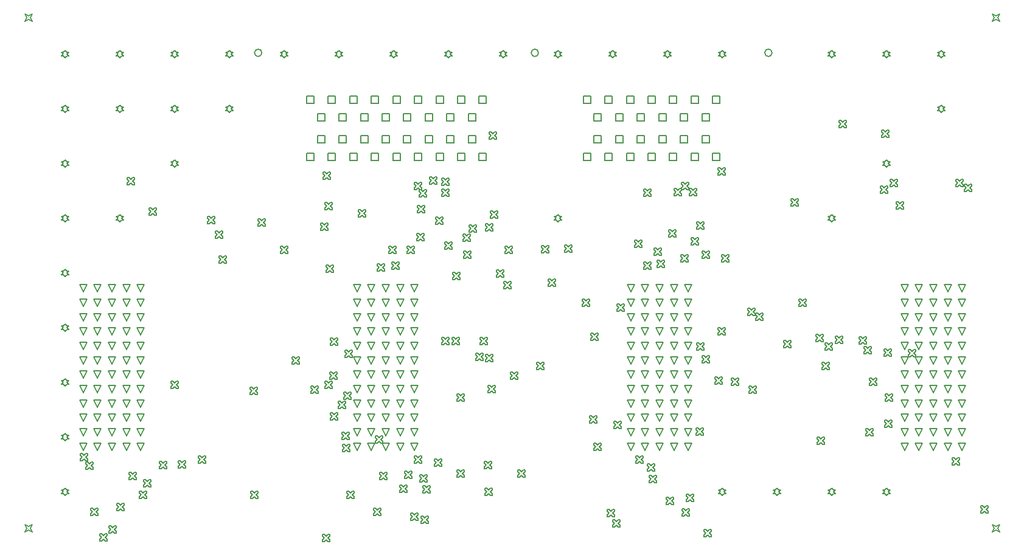
<source format=gbr>
G04*
G04 #@! TF.GenerationSoftware,Altium Limited,Altium Designer,23.0.1 (38)*
G04*
G04 Layer_Color=2752767*
%FSLAX25Y25*%
%MOIN*%
G70*
G04*
G04 #@! TF.SameCoordinates,88CA1221-A5B3-45BB-8031-3B943D831941*
G04*
G04*
G04 #@! TF.FilePolarity,Positive*
G04*
G01*
G75*
%ADD11C,0.00500*%
%ADD33C,0.00667*%
D11*
X384811Y243000D02*
Y247000D01*
X388811D01*
Y243000D01*
X384811D01*
X373000D02*
Y247000D01*
X377000D01*
Y243000D01*
X373000D01*
X361189D02*
Y247000D01*
X365189D01*
Y243000D01*
X361189D01*
X349378D02*
Y247000D01*
X353378D01*
Y243000D01*
X349378D01*
X337567D02*
Y247000D01*
X341567D01*
Y243000D01*
X337567D01*
X325756D02*
Y247000D01*
X329756D01*
Y243000D01*
X325756D01*
X313945D02*
Y247000D01*
X317945D01*
Y243000D01*
X313945D01*
X378906Y233157D02*
Y237157D01*
X382906D01*
Y233157D01*
X378906D01*
X367094D02*
Y237157D01*
X371094D01*
Y233157D01*
X367094D01*
X355283D02*
Y237157D01*
X359283D01*
Y233157D01*
X355283D01*
X343472D02*
Y237157D01*
X347472D01*
Y233157D01*
X343472D01*
X331661D02*
Y237157D01*
X335661D01*
Y233157D01*
X331661D01*
X319850D02*
Y237157D01*
X323850D01*
Y233157D01*
X319850D01*
X378906Y221346D02*
Y225346D01*
X382906D01*
Y221346D01*
X378906D01*
X367094D02*
Y225346D01*
X371094D01*
Y221346D01*
X367094D01*
X355283D02*
Y225346D01*
X359283D01*
Y221346D01*
X355283D01*
X343472D02*
Y225346D01*
X347472D01*
Y221346D01*
X343472D01*
X331661D02*
Y225346D01*
X335661D01*
Y221346D01*
X331661D01*
X319850D02*
Y225346D01*
X323850D01*
Y221346D01*
X319850D01*
X384811Y211504D02*
Y215504D01*
X388811D01*
Y211504D01*
X384811D01*
X373000D02*
Y215504D01*
X377000D01*
Y211504D01*
X373000D01*
X361189D02*
Y215504D01*
X365189D01*
Y211504D01*
X361189D01*
X349378D02*
Y215504D01*
X353378D01*
Y211504D01*
X349378D01*
X337567D02*
Y215504D01*
X341567D01*
Y211504D01*
X337567D01*
X325756D02*
Y215504D01*
X329756D01*
Y211504D01*
X325756D01*
X313945D02*
Y215504D01*
X317945D01*
Y211504D01*
X313945D01*
X256858Y243000D02*
Y247000D01*
X260858D01*
Y243000D01*
X256858D01*
X245047D02*
Y247000D01*
X249047D01*
Y243000D01*
X245047D01*
X233236D02*
Y247000D01*
X237236D01*
Y243000D01*
X233236D01*
X221425D02*
Y247000D01*
X225425D01*
Y243000D01*
X221425D01*
X209614D02*
Y247000D01*
X213614D01*
Y243000D01*
X209614D01*
X197803D02*
Y247000D01*
X201803D01*
Y243000D01*
X197803D01*
X185992D02*
Y247000D01*
X189992D01*
Y243000D01*
X185992D01*
X174181D02*
Y247000D01*
X178181D01*
Y243000D01*
X174181D01*
X162370D02*
Y247000D01*
X166370D01*
Y243000D01*
X162370D01*
X250953Y233157D02*
Y237157D01*
X254953D01*
Y233157D01*
X250953D01*
X239142D02*
Y237157D01*
X243142D01*
Y233157D01*
X239142D01*
X227331D02*
Y237157D01*
X231331D01*
Y233157D01*
X227331D01*
X215520D02*
Y237157D01*
X219520D01*
Y233157D01*
X215520D01*
X203709D02*
Y237157D01*
X207709D01*
Y233157D01*
X203709D01*
X191898D02*
Y237157D01*
X195898D01*
Y233157D01*
X191898D01*
X180087D02*
Y237157D01*
X184087D01*
Y233157D01*
X180087D01*
X168276D02*
Y237157D01*
X172276D01*
Y233157D01*
X168276D01*
X250953Y221346D02*
Y225346D01*
X254953D01*
Y221346D01*
X250953D01*
X239142D02*
Y225346D01*
X243142D01*
Y221346D01*
X239142D01*
X227331D02*
Y225346D01*
X231331D01*
Y221346D01*
X227331D01*
X215520D02*
Y225346D01*
X219520D01*
Y221346D01*
X215520D01*
X203709D02*
Y225346D01*
X207709D01*
Y221346D01*
X203709D01*
X191898D02*
Y225346D01*
X195898D01*
Y221346D01*
X191898D01*
X180087D02*
Y225346D01*
X184087D01*
Y221346D01*
X180087D01*
X168276D02*
Y225346D01*
X172276D01*
Y221346D01*
X168276D01*
X256858Y211504D02*
Y215504D01*
X260858D01*
Y211504D01*
X256858D01*
X245047D02*
Y215504D01*
X249047D01*
Y211504D01*
X245047D01*
X233236D02*
Y215504D01*
X237236D01*
Y211504D01*
X233236D01*
X221425D02*
Y215504D01*
X225425D01*
Y211504D01*
X221425D01*
X209614D02*
Y215504D01*
X213614D01*
Y211504D01*
X209614D01*
X197803D02*
Y215504D01*
X201803D01*
Y211504D01*
X197803D01*
X185992D02*
Y215504D01*
X189992D01*
Y211504D01*
X185992D01*
X174181D02*
Y215504D01*
X178181D01*
Y211504D01*
X174181D01*
X162370D02*
Y215504D01*
X166370D01*
Y211504D01*
X162370D01*
X8000Y288000D02*
X9000Y290000D01*
X8000Y292000D01*
X10000Y291000D01*
X12000Y292000D01*
X11000Y290000D01*
X12000Y288000D01*
X10000Y289000D01*
X8000Y288000D01*
X538000Y8000D02*
X539000Y10000D01*
X538000Y12000D01*
X540000Y11000D01*
X542000Y12000D01*
X541000Y10000D01*
X542000Y8000D01*
X540000Y9000D01*
X538000Y8000D01*
Y288000D02*
X539000Y290000D01*
X538000Y292000D01*
X540000Y291000D01*
X542000Y292000D01*
X541000Y290000D01*
X542000Y288000D01*
X540000Y289000D01*
X538000Y288000D01*
X8000Y8000D02*
X9000Y10000D01*
X8000Y12000D01*
X10000Y11000D01*
X12000Y12000D01*
X11000Y10000D01*
X12000Y8000D01*
X10000Y9000D01*
X8000Y8000D01*
X55748Y52598D02*
X53748Y56598D01*
X57748D01*
X55748Y52598D01*
Y60500D02*
X53748Y64500D01*
X57748D01*
X55748Y60500D01*
Y68402D02*
X53748Y72402D01*
X57748D01*
X55748Y68402D01*
Y76299D02*
X53748Y80299D01*
X57748D01*
X55748Y76299D01*
Y84201D02*
X53748Y88201D01*
X57748D01*
X55748Y84201D01*
Y92098D02*
X53748Y96098D01*
X57748D01*
X55748Y92098D01*
Y100000D02*
X53748Y104000D01*
X57748D01*
X55748Y100000D01*
Y107902D02*
X53748Y111902D01*
X57748D01*
X55748Y107902D01*
Y115799D02*
X53748Y119799D01*
X57748D01*
X55748Y115799D01*
Y123701D02*
X53748Y127701D01*
X57748D01*
X55748Y123701D01*
Y131598D02*
X53748Y135598D01*
X57748D01*
X55748Y131598D01*
X47874Y52598D02*
X45874Y56598D01*
X49874D01*
X47874Y52598D01*
Y60500D02*
X45874Y64500D01*
X49874D01*
X47874Y60500D01*
Y68402D02*
X45874Y72402D01*
X49874D01*
X47874Y68402D01*
Y76299D02*
X45874Y80299D01*
X49874D01*
X47874Y76299D01*
Y84201D02*
X45874Y88201D01*
X49874D01*
X47874Y84201D01*
Y92098D02*
X45874Y96098D01*
X49874D01*
X47874Y92098D01*
Y100000D02*
X45874Y104000D01*
X49874D01*
X47874Y100000D01*
Y107902D02*
X45874Y111902D01*
X49874D01*
X47874Y107902D01*
Y115799D02*
X45874Y119799D01*
X49874D01*
X47874Y115799D01*
Y123701D02*
X45874Y127701D01*
X49874D01*
X47874Y123701D01*
Y131598D02*
X45874Y135598D01*
X49874D01*
X47874Y131598D01*
Y139500D02*
X45874Y143500D01*
X49874D01*
X47874Y139500D01*
X40000Y52598D02*
X38000Y56598D01*
X42000D01*
X40000Y52598D01*
Y60500D02*
X38000Y64500D01*
X42000D01*
X40000Y60500D01*
Y68402D02*
X38000Y72402D01*
X42000D01*
X40000Y68402D01*
Y76299D02*
X38000Y80299D01*
X42000D01*
X40000Y76299D01*
Y84201D02*
X38000Y88201D01*
X42000D01*
X40000Y84201D01*
Y92098D02*
X38000Y96098D01*
X42000D01*
X40000Y92098D01*
Y100000D02*
X38000Y104000D01*
X42000D01*
X40000Y100000D01*
Y107902D02*
X38000Y111902D01*
X42000D01*
X40000Y107902D01*
Y115799D02*
X38000Y119799D01*
X42000D01*
X40000Y115799D01*
Y123701D02*
X38000Y127701D01*
X42000D01*
X40000Y123701D01*
Y131598D02*
X38000Y135598D01*
X42000D01*
X40000Y131598D01*
Y139500D02*
X38000Y143500D01*
X42000D01*
X40000Y139500D01*
X55748D02*
X53748Y143500D01*
X57748D01*
X55748Y139500D01*
X63622D02*
X61622Y143500D01*
X65622D01*
X63622Y139500D01*
Y92098D02*
X61622Y96098D01*
X65622D01*
X63622Y92098D01*
Y84201D02*
X61622Y88201D01*
X65622D01*
X63622Y84201D01*
Y76299D02*
X61622Y80299D01*
X65622D01*
X63622Y76299D01*
Y68402D02*
X61622Y72402D01*
X65622D01*
X63622Y68402D01*
Y60500D02*
X61622Y64500D01*
X65622D01*
X63622Y60500D01*
Y52598D02*
X61622Y56598D01*
X65622D01*
X63622Y52598D01*
Y100000D02*
X61622Y104000D01*
X65622D01*
X63622Y100000D01*
Y107902D02*
X61622Y111902D01*
X65622D01*
X63622Y107902D01*
Y115799D02*
X61622Y119799D01*
X65622D01*
X63622Y115799D01*
Y123701D02*
X61622Y127701D01*
X65622D01*
X63622Y123701D01*
Y131598D02*
X61622Y135598D01*
X65622D01*
X63622Y131598D01*
X71496Y139500D02*
X69496Y143500D01*
X73496D01*
X71496Y139500D01*
Y92098D02*
X69496Y96098D01*
X73496D01*
X71496Y92098D01*
Y84201D02*
X69496Y88201D01*
X73496D01*
X71496Y84201D01*
Y76299D02*
X69496Y80299D01*
X73496D01*
X71496Y76299D01*
Y68402D02*
X69496Y72402D01*
X73496D01*
X71496Y68402D01*
Y60500D02*
X69496Y64500D01*
X73496D01*
X71496Y60500D01*
Y52598D02*
X69496Y56598D01*
X73496D01*
X71496Y52598D01*
Y100000D02*
X69496Y104000D01*
X73496D01*
X71496Y100000D01*
Y107902D02*
X69496Y111902D01*
X73496D01*
X71496Y107902D01*
Y115799D02*
X69496Y119799D01*
X73496D01*
X71496Y115799D01*
Y123701D02*
X69496Y127701D01*
X73496D01*
X71496Y123701D01*
Y131598D02*
X69496Y135598D01*
X73496D01*
X71496Y131598D01*
X490000Y139500D02*
X488000Y143500D01*
X492000D01*
X490000Y139500D01*
Y131598D02*
X488000Y135598D01*
X492000D01*
X490000Y131598D01*
Y123701D02*
X488000Y127701D01*
X492000D01*
X490000Y123701D01*
Y115799D02*
X488000Y119799D01*
X492000D01*
X490000Y115799D01*
Y107902D02*
X488000Y111902D01*
X492000D01*
X490000Y107902D01*
Y100000D02*
X488000Y104000D01*
X492000D01*
X490000Y100000D01*
Y92098D02*
X488000Y96098D01*
X492000D01*
X490000Y92098D01*
Y84201D02*
X488000Y88201D01*
X492000D01*
X490000Y84201D01*
Y76299D02*
X488000Y80299D01*
X492000D01*
X490000Y76299D01*
Y68402D02*
X488000Y72402D01*
X492000D01*
X490000Y68402D01*
X497874Y139500D02*
X495874Y143500D01*
X499874D01*
X497874Y139500D01*
Y131598D02*
X495874Y135598D01*
X499874D01*
X497874Y131598D01*
Y123701D02*
X495874Y127701D01*
X499874D01*
X497874Y123701D01*
Y115799D02*
X495874Y119799D01*
X499874D01*
X497874Y115799D01*
Y107902D02*
X495874Y111902D01*
X499874D01*
X497874Y107902D01*
Y100000D02*
X495874Y104000D01*
X499874D01*
X497874Y100000D01*
Y92098D02*
X495874Y96098D01*
X499874D01*
X497874Y92098D01*
Y84201D02*
X495874Y88201D01*
X499874D01*
X497874Y84201D01*
Y76299D02*
X495874Y80299D01*
X499874D01*
X497874Y76299D01*
Y68402D02*
X495874Y72402D01*
X499874D01*
X497874Y68402D01*
X505748Y139500D02*
X503748Y143500D01*
X507748D01*
X505748Y139500D01*
Y131598D02*
X503748Y135598D01*
X507748D01*
X505748Y131598D01*
Y123701D02*
X503748Y127701D01*
X507748D01*
X505748Y123701D01*
Y115799D02*
X503748Y119799D01*
X507748D01*
X505748Y115799D01*
Y107902D02*
X503748Y111902D01*
X507748D01*
X505748Y107902D01*
Y100000D02*
X503748Y104000D01*
X507748D01*
X505748Y100000D01*
Y92098D02*
X503748Y96098D01*
X507748D01*
X505748Y92098D01*
Y84201D02*
X503748Y88201D01*
X507748D01*
X505748Y84201D01*
Y76299D02*
X503748Y80299D01*
X507748D01*
X505748Y76299D01*
Y68402D02*
X503748Y72402D01*
X507748D01*
X505748Y68402D01*
Y60500D02*
X503748Y64500D01*
X507748D01*
X505748Y60500D01*
X513622Y139500D02*
X511622Y143500D01*
X515622D01*
X513622Y139500D01*
Y131598D02*
X511622Y135598D01*
X515622D01*
X513622Y131598D01*
Y123701D02*
X511622Y127701D01*
X515622D01*
X513622Y123701D01*
Y115799D02*
X511622Y119799D01*
X515622D01*
X513622Y115799D01*
Y107902D02*
X511622Y111902D01*
X515622D01*
X513622Y107902D01*
Y100000D02*
X511622Y104000D01*
X515622D01*
X513622Y100000D01*
Y68402D02*
X511622Y72402D01*
X515622D01*
X513622Y68402D01*
Y60500D02*
X511622Y64500D01*
X515622D01*
X513622Y60500D01*
Y52598D02*
X511622Y56598D01*
X515622D01*
X513622Y52598D01*
X521496Y139500D02*
X519496Y143500D01*
X523496D01*
X521496Y139500D01*
Y131598D02*
X519496Y135598D01*
X523496D01*
X521496Y131598D01*
Y123701D02*
X519496Y127701D01*
X523496D01*
X521496Y123701D01*
Y115799D02*
X519496Y119799D01*
X523496D01*
X521496Y115799D01*
Y107902D02*
X519496Y111902D01*
X523496D01*
X521496Y107902D01*
Y100000D02*
X519496Y104000D01*
X523496D01*
X521496Y100000D01*
Y92098D02*
X519496Y96098D01*
X523496D01*
X521496Y92098D01*
Y84201D02*
X519496Y88201D01*
X523496D01*
X521496Y84201D01*
Y52598D02*
X519496Y56598D01*
X523496D01*
X521496Y52598D01*
Y60500D02*
X519496Y64500D01*
X523496D01*
X521496Y60500D01*
Y68402D02*
X519496Y72402D01*
X523496D01*
X521496Y68402D01*
Y76299D02*
X519496Y80299D01*
X523496D01*
X521496Y76299D01*
X513622D02*
X511622Y80299D01*
X515622D01*
X513622Y76299D01*
Y84201D02*
X511622Y88201D01*
X515622D01*
X513622Y84201D01*
Y92098D02*
X511622Y96098D01*
X515622D01*
X513622Y92098D01*
X505748Y52598D02*
X503748Y56598D01*
X507748D01*
X505748Y52598D01*
X497874D02*
X495874Y56598D01*
X499874D01*
X497874Y52598D01*
Y60500D02*
X495874Y64500D01*
X499874D01*
X497874Y60500D01*
X490000Y52598D02*
X488000Y56598D01*
X492000D01*
X490000Y52598D01*
Y60500D02*
X488000Y64500D01*
X492000D01*
X490000Y60500D01*
X190000D02*
X188000Y64500D01*
X192000D01*
X190000Y60500D01*
Y52598D02*
X188000Y56598D01*
X192000D01*
X190000Y52598D01*
X197874Y60500D02*
X195874Y64500D01*
X199874D01*
X197874Y60500D01*
Y52598D02*
X195874Y56598D01*
X199874D01*
X197874Y52598D01*
X205748D02*
X203748Y56598D01*
X207748D01*
X205748Y52598D01*
X213622Y92098D02*
X211622Y96098D01*
X215622D01*
X213622Y92098D01*
Y84201D02*
X211622Y88201D01*
X215622D01*
X213622Y84201D01*
Y76299D02*
X211622Y80299D01*
X215622D01*
X213622Y76299D01*
X221496D02*
X219496Y80299D01*
X223496D01*
X221496Y76299D01*
Y68402D02*
X219496Y72402D01*
X223496D01*
X221496Y68402D01*
Y60500D02*
X219496Y64500D01*
X223496D01*
X221496Y60500D01*
Y52598D02*
X219496Y56598D01*
X223496D01*
X221496Y52598D01*
Y84201D02*
X219496Y88201D01*
X223496D01*
X221496Y84201D01*
Y92098D02*
X219496Y96098D01*
X223496D01*
X221496Y92098D01*
Y100000D02*
X219496Y104000D01*
X223496D01*
X221496Y100000D01*
Y107902D02*
X219496Y111902D01*
X223496D01*
X221496Y107902D01*
Y115799D02*
X219496Y119799D01*
X223496D01*
X221496Y115799D01*
Y123701D02*
X219496Y127701D01*
X223496D01*
X221496Y123701D01*
Y131598D02*
X219496Y135598D01*
X223496D01*
X221496Y131598D01*
Y139500D02*
X219496Y143500D01*
X223496D01*
X221496Y139500D01*
X213622Y52598D02*
X211622Y56598D01*
X215622D01*
X213622Y52598D01*
Y60500D02*
X211622Y64500D01*
X215622D01*
X213622Y60500D01*
Y68402D02*
X211622Y72402D01*
X215622D01*
X213622Y68402D01*
Y100000D02*
X211622Y104000D01*
X215622D01*
X213622Y100000D01*
Y107902D02*
X211622Y111902D01*
X215622D01*
X213622Y107902D01*
Y115799D02*
X211622Y119799D01*
X215622D01*
X213622Y115799D01*
Y123701D02*
X211622Y127701D01*
X215622D01*
X213622Y123701D01*
Y131598D02*
X211622Y135598D01*
X215622D01*
X213622Y131598D01*
Y139500D02*
X211622Y143500D01*
X215622D01*
X213622Y139500D01*
X205748Y60500D02*
X203748Y64500D01*
X207748D01*
X205748Y60500D01*
Y68402D02*
X203748Y72402D01*
X207748D01*
X205748Y68402D01*
Y76299D02*
X203748Y80299D01*
X207748D01*
X205748Y76299D01*
Y84201D02*
X203748Y88201D01*
X207748D01*
X205748Y84201D01*
Y92098D02*
X203748Y96098D01*
X207748D01*
X205748Y92098D01*
Y100000D02*
X203748Y104000D01*
X207748D01*
X205748Y100000D01*
Y107902D02*
X203748Y111902D01*
X207748D01*
X205748Y107902D01*
Y115799D02*
X203748Y119799D01*
X207748D01*
X205748Y115799D01*
Y123701D02*
X203748Y127701D01*
X207748D01*
X205748Y123701D01*
Y131598D02*
X203748Y135598D01*
X207748D01*
X205748Y131598D01*
Y139500D02*
X203748Y143500D01*
X207748D01*
X205748Y139500D01*
X197874Y68402D02*
X195874Y72402D01*
X199874D01*
X197874Y68402D01*
Y76299D02*
X195874Y80299D01*
X199874D01*
X197874Y76299D01*
Y84201D02*
X195874Y88201D01*
X199874D01*
X197874Y84201D01*
Y92098D02*
X195874Y96098D01*
X199874D01*
X197874Y92098D01*
Y100000D02*
X195874Y104000D01*
X199874D01*
X197874Y100000D01*
Y107902D02*
X195874Y111902D01*
X199874D01*
X197874Y107902D01*
Y115799D02*
X195874Y119799D01*
X199874D01*
X197874Y115799D01*
Y123701D02*
X195874Y127701D01*
X199874D01*
X197874Y123701D01*
Y131598D02*
X195874Y135598D01*
X199874D01*
X197874Y131598D01*
Y139500D02*
X195874Y143500D01*
X199874D01*
X197874Y139500D01*
X190000Y68402D02*
X188000Y72402D01*
X192000D01*
X190000Y68402D01*
Y76299D02*
X188000Y80299D01*
X192000D01*
X190000Y76299D01*
Y84201D02*
X188000Y88201D01*
X192000D01*
X190000Y84201D01*
Y92098D02*
X188000Y96098D01*
X192000D01*
X190000Y92098D01*
Y100000D02*
X188000Y104000D01*
X192000D01*
X190000Y100000D01*
Y107902D02*
X188000Y111902D01*
X192000D01*
X190000Y107902D01*
Y115799D02*
X188000Y119799D01*
X192000D01*
X190000Y115799D01*
Y123701D02*
X188000Y127701D01*
X192000D01*
X190000Y123701D01*
Y131598D02*
X188000Y135598D01*
X192000D01*
X190000Y131598D01*
Y139500D02*
X188000Y143500D01*
X192000D01*
X190000Y139500D01*
X340000D02*
X338000Y143500D01*
X342000D01*
X340000Y139500D01*
Y131598D02*
X338000Y135598D01*
X342000D01*
X340000Y131598D01*
Y123701D02*
X338000Y127701D01*
X342000D01*
X340000Y123701D01*
Y115799D02*
X338000Y119799D01*
X342000D01*
X340000Y115799D01*
Y107902D02*
X338000Y111902D01*
X342000D01*
X340000Y107902D01*
Y100000D02*
X338000Y104000D01*
X342000D01*
X340000Y100000D01*
Y92098D02*
X338000Y96098D01*
X342000D01*
X340000Y92098D01*
Y84201D02*
X338000Y88201D01*
X342000D01*
X340000Y84201D01*
Y76299D02*
X338000Y80299D01*
X342000D01*
X340000Y76299D01*
Y68402D02*
X338000Y72402D01*
X342000D01*
X340000Y68402D01*
X347874Y139500D02*
X345874Y143500D01*
X349874D01*
X347874Y139500D01*
Y131598D02*
X345874Y135598D01*
X349874D01*
X347874Y131598D01*
Y123701D02*
X345874Y127701D01*
X349874D01*
X347874Y123701D01*
Y115799D02*
X345874Y119799D01*
X349874D01*
X347874Y115799D01*
Y107902D02*
X345874Y111902D01*
X349874D01*
X347874Y107902D01*
Y100000D02*
X345874Y104000D01*
X349874D01*
X347874Y100000D01*
Y92098D02*
X345874Y96098D01*
X349874D01*
X347874Y92098D01*
Y84201D02*
X345874Y88201D01*
X349874D01*
X347874Y84201D01*
Y76299D02*
X345874Y80299D01*
X349874D01*
X347874Y76299D01*
Y68402D02*
X345874Y72402D01*
X349874D01*
X347874Y68402D01*
X355748Y139500D02*
X353748Y143500D01*
X357748D01*
X355748Y139500D01*
Y131598D02*
X353748Y135598D01*
X357748D01*
X355748Y131598D01*
Y123701D02*
X353748Y127701D01*
X357748D01*
X355748Y123701D01*
Y115799D02*
X353748Y119799D01*
X357748D01*
X355748Y115799D01*
Y107902D02*
X353748Y111902D01*
X357748D01*
X355748Y107902D01*
Y100000D02*
X353748Y104000D01*
X357748D01*
X355748Y100000D01*
Y92098D02*
X353748Y96098D01*
X357748D01*
X355748Y92098D01*
Y84201D02*
X353748Y88201D01*
X357748D01*
X355748Y84201D01*
Y76299D02*
X353748Y80299D01*
X357748D01*
X355748Y76299D01*
Y68402D02*
X353748Y72402D01*
X357748D01*
X355748Y68402D01*
Y60500D02*
X353748Y64500D01*
X357748D01*
X355748Y60500D01*
X363622Y139500D02*
X361622Y143500D01*
X365622D01*
X363622Y139500D01*
Y131598D02*
X361622Y135598D01*
X365622D01*
X363622Y131598D01*
Y123701D02*
X361622Y127701D01*
X365622D01*
X363622Y123701D01*
Y115799D02*
X361622Y119799D01*
X365622D01*
X363622Y115799D01*
Y107902D02*
X361622Y111902D01*
X365622D01*
X363622Y107902D01*
Y100000D02*
X361622Y104000D01*
X365622D01*
X363622Y100000D01*
Y68402D02*
X361622Y72402D01*
X365622D01*
X363622Y68402D01*
Y60500D02*
X361622Y64500D01*
X365622D01*
X363622Y60500D01*
Y52598D02*
X361622Y56598D01*
X365622D01*
X363622Y52598D01*
X371496Y139500D02*
X369496Y143500D01*
X373496D01*
X371496Y139500D01*
Y131598D02*
X369496Y135598D01*
X373496D01*
X371496Y131598D01*
Y123701D02*
X369496Y127701D01*
X373496D01*
X371496Y123701D01*
Y115799D02*
X369496Y119799D01*
X373496D01*
X371496Y115799D01*
Y107902D02*
X369496Y111902D01*
X373496D01*
X371496Y107902D01*
Y100000D02*
X369496Y104000D01*
X373496D01*
X371496Y100000D01*
Y92098D02*
X369496Y96098D01*
X373496D01*
X371496Y92098D01*
Y84201D02*
X369496Y88201D01*
X373496D01*
X371496Y84201D01*
Y52598D02*
X369496Y56598D01*
X373496D01*
X371496Y52598D01*
Y60500D02*
X369496Y64500D01*
X373496D01*
X371496Y60500D01*
Y68402D02*
X369496Y72402D01*
X373496D01*
X371496Y68402D01*
Y76299D02*
X369496Y80299D01*
X373496D01*
X371496Y76299D01*
X363622D02*
X361622Y80299D01*
X365622D01*
X363622Y76299D01*
Y84201D02*
X361622Y88201D01*
X365622D01*
X363622Y84201D01*
Y92098D02*
X361622Y96098D01*
X365622D01*
X363622Y92098D01*
X355748Y52598D02*
X353748Y56598D01*
X357748D01*
X355748Y52598D01*
X347874D02*
X345874Y56598D01*
X349874D01*
X347874Y52598D01*
Y60500D02*
X345874Y64500D01*
X349874D01*
X347874Y60500D01*
X340000Y52598D02*
X338000Y56598D01*
X342000D01*
X340000Y52598D01*
Y60500D02*
X338000Y64500D01*
X342000D01*
X340000Y60500D01*
X510000Y268000D02*
X511000Y269000D01*
X512000D01*
X511000Y270000D01*
X512000Y271000D01*
X511000D01*
X510000Y272000D01*
X509000Y271000D01*
X508000D01*
X509000Y270000D01*
X508000Y269000D01*
X509000D01*
X510000Y268000D01*
Y238000D02*
X511000Y239000D01*
X512000D01*
X511000Y240000D01*
X512000Y241000D01*
X511000D01*
X510000Y242000D01*
X509000Y241000D01*
X508000D01*
X509000Y240000D01*
X508000Y239000D01*
X509000D01*
X510000Y238000D01*
X480000Y268000D02*
X481000Y269000D01*
X482000D01*
X481000Y270000D01*
X482000Y271000D01*
X481000D01*
X480000Y272000D01*
X479000Y271000D01*
X478000D01*
X479000Y270000D01*
X478000Y269000D01*
X479000D01*
X480000Y268000D01*
Y208000D02*
X481000Y209000D01*
X482000D01*
X481000Y210000D01*
X482000Y211000D01*
X481000D01*
X480000Y212000D01*
X479000Y211000D01*
X478000D01*
X479000Y210000D01*
X478000Y209000D01*
X479000D01*
X480000Y208000D01*
Y28000D02*
X481000Y29000D01*
X482000D01*
X481000Y30000D01*
X482000Y31000D01*
X481000D01*
X480000Y32000D01*
X479000Y31000D01*
X478000D01*
X479000Y30000D01*
X478000Y29000D01*
X479000D01*
X480000Y28000D01*
X450000Y268000D02*
X451000Y269000D01*
X452000D01*
X451000Y270000D01*
X452000Y271000D01*
X451000D01*
X450000Y272000D01*
X449000Y271000D01*
X448000D01*
X449000Y270000D01*
X448000Y269000D01*
X449000D01*
X450000Y268000D01*
Y178000D02*
X451000Y179000D01*
X452000D01*
X451000Y180000D01*
X452000Y181000D01*
X451000D01*
X450000Y182000D01*
X449000Y181000D01*
X448000D01*
X449000Y180000D01*
X448000Y179000D01*
X449000D01*
X450000Y178000D01*
Y28000D02*
X451000Y29000D01*
X452000D01*
X451000Y30000D01*
X452000Y31000D01*
X451000D01*
X450000Y32000D01*
X449000Y31000D01*
X448000D01*
X449000Y30000D01*
X448000Y29000D01*
X449000D01*
X450000Y28000D01*
X420000D02*
X421000Y29000D01*
X422000D01*
X421000Y30000D01*
X422000Y31000D01*
X421000D01*
X420000Y32000D01*
X419000Y31000D01*
X418000D01*
X419000Y30000D01*
X418000Y29000D01*
X419000D01*
X420000Y28000D01*
X390000Y268000D02*
X391000Y269000D01*
X392000D01*
X391000Y270000D01*
X392000Y271000D01*
X391000D01*
X390000Y272000D01*
X389000Y271000D01*
X388000D01*
X389000Y270000D01*
X388000Y269000D01*
X389000D01*
X390000Y268000D01*
Y28000D02*
X391000Y29000D01*
X392000D01*
X391000Y30000D01*
X392000Y31000D01*
X391000D01*
X390000Y32000D01*
X389000Y31000D01*
X388000D01*
X389000Y30000D01*
X388000Y29000D01*
X389000D01*
X390000Y28000D01*
X360000Y268000D02*
X361000Y269000D01*
X362000D01*
X361000Y270000D01*
X362000Y271000D01*
X361000D01*
X360000Y272000D01*
X359000Y271000D01*
X358000D01*
X359000Y270000D01*
X358000Y269000D01*
X359000D01*
X360000Y268000D01*
X330000D02*
X331000Y269000D01*
X332000D01*
X331000Y270000D01*
X332000Y271000D01*
X331000D01*
X330000Y272000D01*
X329000Y271000D01*
X328000D01*
X329000Y270000D01*
X328000Y269000D01*
X329000D01*
X330000Y268000D01*
X300000D02*
X301000Y269000D01*
X302000D01*
X301000Y270000D01*
X302000Y271000D01*
X301000D01*
X300000Y272000D01*
X299000Y271000D01*
X298000D01*
X299000Y270000D01*
X298000Y269000D01*
X299000D01*
X300000Y268000D01*
Y178000D02*
X301000Y179000D01*
X302000D01*
X301000Y180000D01*
X302000Y181000D01*
X301000D01*
X300000Y182000D01*
X299000Y181000D01*
X298000D01*
X299000Y180000D01*
X298000Y179000D01*
X299000D01*
X300000Y178000D01*
X270000Y268000D02*
X271000Y269000D01*
X272000D01*
X271000Y270000D01*
X272000Y271000D01*
X271000D01*
X270000Y272000D01*
X269000Y271000D01*
X268000D01*
X269000Y270000D01*
X268000Y269000D01*
X269000D01*
X270000Y268000D01*
X240000D02*
X241000Y269000D01*
X242000D01*
X241000Y270000D01*
X242000Y271000D01*
X241000D01*
X240000Y272000D01*
X239000Y271000D01*
X238000D01*
X239000Y270000D01*
X238000Y269000D01*
X239000D01*
X240000Y268000D01*
X210000D02*
X211000Y269000D01*
X212000D01*
X211000Y270000D01*
X212000Y271000D01*
X211000D01*
X210000Y272000D01*
X209000Y271000D01*
X208000D01*
X209000Y270000D01*
X208000Y269000D01*
X209000D01*
X210000Y268000D01*
X180000D02*
X181000Y269000D01*
X182000D01*
X181000Y270000D01*
X182000Y271000D01*
X181000D01*
X180000Y272000D01*
X179000Y271000D01*
X178000D01*
X179000Y270000D01*
X178000Y269000D01*
X179000D01*
X180000Y268000D01*
X150000D02*
X151000Y269000D01*
X152000D01*
X151000Y270000D01*
X152000Y271000D01*
X151000D01*
X150000Y272000D01*
X149000Y271000D01*
X148000D01*
X149000Y270000D01*
X148000Y269000D01*
X149000D01*
X150000Y268000D01*
X120000D02*
X121000Y269000D01*
X122000D01*
X121000Y270000D01*
X122000Y271000D01*
X121000D01*
X120000Y272000D01*
X119000Y271000D01*
X118000D01*
X119000Y270000D01*
X118000Y269000D01*
X119000D01*
X120000Y268000D01*
Y238000D02*
X121000Y239000D01*
X122000D01*
X121000Y240000D01*
X122000Y241000D01*
X121000D01*
X120000Y242000D01*
X119000Y241000D01*
X118000D01*
X119000Y240000D01*
X118000Y239000D01*
X119000D01*
X120000Y238000D01*
X90000Y268000D02*
X91000Y269000D01*
X92000D01*
X91000Y270000D01*
X92000Y271000D01*
X91000D01*
X90000Y272000D01*
X89000Y271000D01*
X88000D01*
X89000Y270000D01*
X88000Y269000D01*
X89000D01*
X90000Y268000D01*
Y238000D02*
X91000Y239000D01*
X92000D01*
X91000Y240000D01*
X92000Y241000D01*
X91000D01*
X90000Y242000D01*
X89000Y241000D01*
X88000D01*
X89000Y240000D01*
X88000Y239000D01*
X89000D01*
X90000Y238000D01*
Y208000D02*
X91000Y209000D01*
X92000D01*
X91000Y210000D01*
X92000Y211000D01*
X91000D01*
X90000Y212000D01*
X89000Y211000D01*
X88000D01*
X89000Y210000D01*
X88000Y209000D01*
X89000D01*
X90000Y208000D01*
X60000Y268000D02*
X61000Y269000D01*
X62000D01*
X61000Y270000D01*
X62000Y271000D01*
X61000D01*
X60000Y272000D01*
X59000Y271000D01*
X58000D01*
X59000Y270000D01*
X58000Y269000D01*
X59000D01*
X60000Y268000D01*
Y238000D02*
X61000Y239000D01*
X62000D01*
X61000Y240000D01*
X62000Y241000D01*
X61000D01*
X60000Y242000D01*
X59000Y241000D01*
X58000D01*
X59000Y240000D01*
X58000Y239000D01*
X59000D01*
X60000Y238000D01*
Y178000D02*
X61000Y179000D01*
X62000D01*
X61000Y180000D01*
X62000Y181000D01*
X61000D01*
X60000Y182000D01*
X59000Y181000D01*
X58000D01*
X59000Y180000D01*
X58000Y179000D01*
X59000D01*
X60000Y178000D01*
X30000Y268000D02*
X31000Y269000D01*
X32000D01*
X31000Y270000D01*
X32000Y271000D01*
X31000D01*
X30000Y272000D01*
X29000Y271000D01*
X28000D01*
X29000Y270000D01*
X28000Y269000D01*
X29000D01*
X30000Y268000D01*
Y238000D02*
X31000Y239000D01*
X32000D01*
X31000Y240000D01*
X32000Y241000D01*
X31000D01*
X30000Y242000D01*
X29000Y241000D01*
X28000D01*
X29000Y240000D01*
X28000Y239000D01*
X29000D01*
X30000Y238000D01*
Y208000D02*
X31000Y209000D01*
X32000D01*
X31000Y210000D01*
X32000Y211000D01*
X31000D01*
X30000Y212000D01*
X29000Y211000D01*
X28000D01*
X29000Y210000D01*
X28000Y209000D01*
X29000D01*
X30000Y208000D01*
Y178000D02*
X31000Y179000D01*
X32000D01*
X31000Y180000D01*
X32000Y181000D01*
X31000D01*
X30000Y182000D01*
X29000Y181000D01*
X28000D01*
X29000Y180000D01*
X28000Y179000D01*
X29000D01*
X30000Y178000D01*
Y148000D02*
X31000Y149000D01*
X32000D01*
X31000Y150000D01*
X32000Y151000D01*
X31000D01*
X30000Y152000D01*
X29000Y151000D01*
X28000D01*
X29000Y150000D01*
X28000Y149000D01*
X29000D01*
X30000Y148000D01*
Y118000D02*
X31000Y119000D01*
X32000D01*
X31000Y120000D01*
X32000Y121000D01*
X31000D01*
X30000Y122000D01*
X29000Y121000D01*
X28000D01*
X29000Y120000D01*
X28000Y119000D01*
X29000D01*
X30000Y118000D01*
Y88000D02*
X31000Y89000D01*
X32000D01*
X31000Y90000D01*
X32000Y91000D01*
X31000D01*
X30000Y92000D01*
X29000Y91000D01*
X28000D01*
X29000Y90000D01*
X28000Y89000D01*
X29000D01*
X30000Y88000D01*
Y58000D02*
X31000Y59000D01*
X32000D01*
X31000Y60000D01*
X32000Y61000D01*
X31000D01*
X30000Y62000D01*
X29000Y61000D01*
X28000D01*
X29000Y60000D01*
X28000Y59000D01*
X29000D01*
X30000Y58000D01*
Y28000D02*
X31000Y29000D01*
X32000D01*
X31000Y30000D01*
X32000Y31000D01*
X31000D01*
X30000Y32000D01*
X29000Y31000D01*
X28000D01*
X29000Y30000D01*
X28000Y29000D01*
X29000D01*
X30000Y28000D01*
X64200Y198310D02*
X65200D01*
X66200Y199310D01*
X67200Y198310D01*
X68200D01*
Y199310D01*
X67200Y200310D01*
X68200Y201310D01*
Y202310D01*
X67200D01*
X66200Y201310D01*
X65200Y202310D01*
X64200D01*
Y201310D01*
X65200Y200310D01*
X64200Y199310D01*
Y198310D01*
X492000Y104000D02*
X493000D01*
X494000Y105000D01*
X495000Y104000D01*
X496000D01*
Y105000D01*
X495000Y106000D01*
X496000Y107000D01*
Y108000D01*
X495000D01*
X494000Y107000D01*
X493000Y108000D01*
X492000D01*
Y107000D01*
X493000Y106000D01*
X492000Y105000D01*
Y104000D01*
X332500Y129000D02*
X333500D01*
X334500Y130000D01*
X335500Y129000D01*
X336500D01*
Y130000D01*
X335500Y131000D01*
X336500Y132000D01*
Y133000D01*
X335500D01*
X334500Y132000D01*
X333500Y133000D01*
X332500D01*
Y132000D01*
X333500Y131000D01*
X332500Y130000D01*
Y129000D01*
X183500Y103500D02*
X184500D01*
X185500Y104500D01*
X186500Y103500D01*
X187500D01*
Y104500D01*
X186500Y105500D01*
X187500Y106500D01*
Y107500D01*
X186500D01*
X185500Y106500D01*
X184500Y107500D01*
X183500D01*
Y106500D01*
X184500Y105500D01*
X183500Y104500D01*
Y103500D01*
X200000Y56500D02*
X201000D01*
X202000Y57500D01*
X203000Y56500D01*
X204000D01*
Y57500D01*
X203000Y58500D01*
X204000Y59500D01*
Y60500D01*
X203000D01*
X202000Y59500D01*
X201000Y60500D01*
X200000D01*
Y59500D01*
X201000Y58500D01*
X200000Y57500D01*
Y56500D01*
X260000Y28000D02*
X261000D01*
X262000Y29000D01*
X263000Y28000D01*
X264000D01*
Y29000D01*
X263000Y30000D01*
X264000Y31000D01*
Y32000D01*
X263000D01*
X262000Y31000D01*
X261000Y32000D01*
X260000D01*
Y31000D01*
X261000Y30000D01*
X260000Y29000D01*
Y28000D01*
X182000Y52000D02*
X183000D01*
X184000Y53000D01*
X185000Y52000D01*
X186000D01*
Y53000D01*
X185000Y54000D01*
X186000Y55000D01*
Y56000D01*
X185000D01*
X184000Y55000D01*
X183000Y56000D01*
X182000D01*
Y55000D01*
X183000Y54000D01*
X182000Y53000D01*
Y52000D01*
X233200Y176400D02*
X234200D01*
X235200Y177400D01*
X236200Y176400D01*
X237200D01*
Y177400D01*
X236200Y178400D01*
X237200Y179400D01*
Y180400D01*
X236200D01*
X235200Y179400D01*
X234200Y180400D01*
X233200D01*
Y179400D01*
X234200Y178400D01*
X233200Y177400D01*
Y176400D01*
X223000Y183000D02*
X224000D01*
X225000Y184000D01*
X226000Y183000D01*
X227000D01*
Y184000D01*
X226000Y185000D01*
X227000Y186000D01*
Y187000D01*
X226000D01*
X225000Y186000D01*
X224000Y187000D01*
X223000D01*
Y186000D01*
X224000Y185000D01*
X223000Y184000D01*
Y183000D01*
X318000Y113000D02*
X319000D01*
X320000Y114000D01*
X321000Y113000D01*
X322000D01*
Y114000D01*
X321000Y115000D01*
X322000Y116000D01*
Y117000D01*
X321000D01*
X320000Y116000D01*
X319000Y117000D01*
X318000D01*
Y116000D01*
X319000Y115000D01*
X318000Y114000D01*
Y113000D01*
X261601Y84201D02*
X262601D01*
X263601Y85201D01*
X264601Y84201D01*
X265601D01*
Y85201D01*
X264601Y86201D01*
X265601Y87201D01*
Y88201D01*
X264601D01*
X263601Y87201D01*
X262601Y88201D01*
X261601D01*
Y87201D01*
X262601Y86201D01*
X261601Y85201D01*
Y84201D01*
X442000Y55900D02*
X443000D01*
X444000Y56900D01*
X445000Y55900D01*
X446000D01*
Y56900D01*
X445000Y57900D01*
X446000Y58900D01*
Y59900D01*
X445000D01*
X444000Y58900D01*
X443000Y59900D01*
X442000D01*
Y58900D01*
X443000Y57900D01*
X442000Y56900D01*
Y55900D01*
X175400Y69200D02*
X176400D01*
X177400Y70200D01*
X178400Y69200D01*
X179400D01*
Y70200D01*
X178400Y71200D01*
X179400Y72200D01*
Y73200D01*
X178400D01*
X177400Y72200D01*
X176400Y73200D01*
X175400D01*
Y72200D01*
X176400Y71200D01*
X175400Y70200D01*
Y69200D01*
X294600Y142700D02*
X295600D01*
X296600Y143700D01*
X297600Y142700D01*
X298600D01*
Y143700D01*
X297600Y144700D01*
X298600Y145700D01*
Y146700D01*
X297600D01*
X296600Y145700D01*
X295600Y146700D01*
X294600D01*
Y145700D01*
X295600Y144700D01*
X294600Y143700D01*
Y142700D01*
X478900Y65100D02*
X479900D01*
X480900Y66100D01*
X481900Y65100D01*
X482900D01*
Y66100D01*
X481900Y67100D01*
X482900Y68100D01*
Y69100D01*
X481900D01*
X480900Y68100D01*
X479900Y69100D01*
X478900D01*
Y68100D01*
X479900Y67100D01*
X478900Y66100D01*
Y65100D01*
X375800Y61000D02*
X376800D01*
X377800Y62000D01*
X378800Y61000D01*
X379800D01*
Y62000D01*
X378800Y63000D01*
X379800Y64000D01*
Y65000D01*
X378800D01*
X377800Y64000D01*
X376800Y65000D01*
X375800D01*
Y64000D01*
X376800Y63000D01*
X375800Y62000D01*
Y61000D01*
X389800Y155800D02*
X390800D01*
X391800Y156800D01*
X392800Y155800D01*
X393800D01*
Y156800D01*
X392800Y157800D01*
X393800Y158800D01*
Y159800D01*
X392800D01*
X391800Y158800D01*
X390800Y159800D01*
X389800D01*
Y158800D01*
X390800Y157800D01*
X389800Y156800D01*
Y155800D01*
X291000Y160832D02*
X292000D01*
X293000Y161832D01*
X294000Y160832D01*
X295000D01*
Y161832D01*
X294000Y162832D01*
X295000Y163832D01*
Y164832D01*
X294000D01*
X293000Y163832D01*
X292000Y164832D01*
X291000D01*
Y163832D01*
X292000Y162832D01*
X291000Y161832D01*
Y160832D01*
X288500Y96800D02*
X289500D01*
X290500Y97800D01*
X291500Y96800D01*
X292500D01*
Y97800D01*
X291500Y98800D01*
X292500Y99800D01*
Y100800D01*
X291500D01*
X290500Y99800D01*
X289500Y100800D01*
X288500D01*
Y99800D01*
X289500Y98800D01*
X288500Y97800D01*
Y96800D01*
X372100Y192100D02*
X373100D01*
X374100Y193100D01*
X375100Y192100D01*
X376100D01*
Y193100D01*
X375100Y194100D01*
X376100Y195100D01*
Y196100D01*
X375100D01*
X374100Y195100D01*
X373100Y196100D01*
X372100D01*
Y195100D01*
X373100Y194100D01*
X372100Y193100D01*
Y192100D01*
X363700Y192200D02*
X364700D01*
X365700Y193200D01*
X366700Y192200D01*
X367700D01*
Y193200D01*
X366700Y194200D01*
X367700Y195200D01*
Y196200D01*
X366700D01*
X365700Y195200D01*
X364700Y196200D01*
X363700D01*
Y195200D01*
X364700Y194200D01*
X363700Y193200D01*
Y192200D01*
X179800Y75600D02*
X180800D01*
X181800Y76600D01*
X182800Y75600D01*
X183800D01*
Y76600D01*
X182800Y77600D01*
X183800Y78600D01*
Y79600D01*
X182800D01*
X181800Y78600D01*
X180800Y79600D01*
X179800D01*
Y78600D01*
X180800Y77600D01*
X179800Y76600D01*
Y75600D01*
X266500Y147400D02*
X267500D01*
X268500Y148400D01*
X269500Y147400D01*
X270500D01*
Y148400D01*
X269500Y149400D01*
X270500Y150400D01*
Y151400D01*
X269500D01*
X268500Y150400D01*
X267500Y151400D01*
X266500D01*
Y150400D01*
X267500Y149400D01*
X266500Y148400D01*
Y147400D01*
X172900Y150100D02*
X173900D01*
X174900Y151100D01*
X175900Y150100D01*
X176900D01*
Y151100D01*
X175900Y152100D01*
X176900Y153100D01*
Y154100D01*
X175900D01*
X174900Y153100D01*
X173900Y154100D01*
X172900D01*
Y153100D01*
X173900Y152100D01*
X172900Y151100D01*
Y150100D01*
X164596Y83932D02*
X165596D01*
X166596Y84932D01*
X167596Y83932D01*
X168596D01*
Y84932D01*
X167596Y85932D01*
X168596Y86932D01*
Y87932D01*
X167596D01*
X166596Y86932D01*
X165596Y87932D01*
X164596D01*
Y86932D01*
X165596Y85932D01*
X164596Y84932D01*
Y83932D01*
X531600Y18300D02*
X532600D01*
X533600Y19300D01*
X534600Y18300D01*
X535600D01*
Y19300D01*
X534600Y20300D01*
X535600Y21300D01*
Y22300D01*
X534600D01*
X533600Y21300D01*
X532600Y22300D01*
X531600D01*
Y21300D01*
X532600Y20300D01*
X531600Y19300D01*
Y18300D01*
X482100Y197300D02*
X483100D01*
X484100Y198300D01*
X485100Y197300D01*
X486100D01*
Y198300D01*
X485100Y199300D01*
X486100Y200300D01*
Y201300D01*
X485100D01*
X484100Y200300D01*
X483100Y201300D01*
X482100D01*
Y200300D01*
X483100Y199300D01*
X482100Y198300D01*
Y197300D01*
X175400Y110300D02*
X176400D01*
X177400Y111300D01*
X178400Y110300D01*
X179400D01*
Y111300D01*
X178400Y112300D01*
X179400Y113300D01*
Y114300D01*
X178400D01*
X177400Y113300D01*
X176400Y114300D01*
X175400D01*
Y113300D01*
X176400Y112300D01*
X175400Y111300D01*
Y110300D01*
X76000Y181600D02*
X77000D01*
X78000Y182600D01*
X79000Y181600D01*
X80000D01*
Y182600D01*
X79000Y183600D01*
X80000Y184600D01*
Y185600D01*
X79000D01*
X78000Y184600D01*
X77000Y185600D01*
X76000D01*
Y184600D01*
X77000Y183600D01*
X76000Y182600D01*
Y181600D01*
X213400Y29400D02*
X214400D01*
X215400Y30400D01*
X216400Y29400D01*
X217400D01*
Y30400D01*
X216400Y31400D01*
X217400Y32400D01*
Y33400D01*
X216400D01*
X215400Y32400D01*
X214400Y33400D01*
X213400D01*
Y32400D01*
X214400Y31400D01*
X213400Y30400D01*
Y29400D01*
X103100Y45500D02*
X104100D01*
X105100Y46500D01*
X106100Y45500D01*
X107100D01*
Y46500D01*
X106100Y47500D01*
X107100Y48500D01*
Y49500D01*
X106100D01*
X105100Y48500D01*
X104100Y49500D01*
X103100D01*
Y48500D01*
X104100Y47500D01*
X103100Y46500D01*
Y45500D01*
X199000Y16800D02*
X200000D01*
X201000Y17800D01*
X202000Y16800D01*
X203000D01*
Y17800D01*
X202000Y18800D01*
X203000Y19800D01*
Y20800D01*
X202000D01*
X201000Y19800D01*
X200000Y20800D01*
X199000D01*
Y19800D01*
X200000Y18800D01*
X199000Y17800D01*
Y16800D01*
X41294Y42100D02*
X42294D01*
X43294Y43100D01*
X44294Y42100D01*
X45294D01*
Y43100D01*
X44294Y44100D01*
X45294Y45100D01*
Y46100D01*
X44294D01*
X43294Y45100D01*
X42294Y46100D01*
X41294D01*
Y45100D01*
X42294Y44100D01*
X41294Y43100D01*
Y42100D01*
X470800Y88100D02*
X471800D01*
X472800Y89100D01*
X473800Y88100D01*
X474800D01*
Y89100D01*
X473800Y90100D01*
X474800Y91100D01*
Y92100D01*
X473800D01*
X472800Y91100D01*
X471800Y92100D01*
X470800D01*
Y91100D01*
X471800Y90100D01*
X470800Y89100D01*
Y88100D01*
X354276Y153024D02*
X355276D01*
X356276Y154024D01*
X357276Y153024D01*
X358276D01*
Y154024D01*
X357276Y155024D01*
X358276Y156024D01*
Y157024D01*
X357276D01*
X356276Y156024D01*
X355276Y157024D01*
X354276D01*
Y156024D01*
X355276Y155024D01*
X354276Y154024D01*
Y153024D01*
X112400Y168800D02*
X113400D01*
X114400Y169800D01*
X115400Y168800D01*
X116400D01*
Y169800D01*
X115400Y170800D01*
X116400Y171800D01*
Y172800D01*
X115400D01*
X114400Y171800D01*
X113400Y172800D01*
X112400D01*
Y171800D01*
X113400Y170800D01*
X112400Y169800D01*
Y168800D01*
X222800Y167400D02*
X223800D01*
X224800Y168400D01*
X225800Y167400D01*
X226800D01*
Y168400D01*
X225800Y169400D01*
X226800Y170400D01*
Y171400D01*
X225800D01*
X224800Y170400D01*
X223800Y171400D01*
X222800D01*
Y170400D01*
X223800Y169400D01*
X222800Y168400D01*
Y167400D01*
X263000Y179900D02*
X264000D01*
X265000Y180900D01*
X266000Y179900D01*
X267000D01*
Y180900D01*
X266000Y181900D01*
X267000Y182900D01*
Y183900D01*
X266000D01*
X265000Y182900D01*
X264000Y183900D01*
X263000D01*
Y182900D01*
X264000Y181900D01*
X263000Y180900D01*
Y179900D01*
X244700Y79600D02*
X245700D01*
X246700Y80600D01*
X247700Y79600D01*
X248700D01*
Y80600D01*
X247700Y81600D01*
X248700Y82600D01*
Y83600D01*
X247700D01*
X246700Y82600D01*
X245700Y83600D01*
X244700D01*
Y82600D01*
X245700Y81600D01*
X244700Y80600D01*
Y79600D01*
X317400Y67600D02*
X318400D01*
X319400Y68600D01*
X320400Y67600D01*
X321400D01*
Y68600D01*
X320400Y69600D01*
X321400Y70600D01*
Y71600D01*
X320400D01*
X319400Y70600D01*
X318400Y71600D01*
X317400D01*
Y70600D01*
X318400Y69600D01*
X317400Y68600D01*
Y67600D01*
X184500Y26200D02*
X185500D01*
X186500Y27200D01*
X187500Y26200D01*
X188500D01*
Y27200D01*
X187500Y28200D01*
X188500Y29200D01*
Y30200D01*
X187500D01*
X186500Y29200D01*
X185500Y30200D01*
X184500D01*
Y29200D01*
X185500Y28200D01*
X184500Y27200D01*
Y26200D01*
X70800D02*
X71800D01*
X72800Y27200D01*
X73800Y26200D01*
X74800D01*
Y27200D01*
X73800Y28200D01*
X74800Y29200D01*
Y30200D01*
X73800D01*
X72800Y29200D01*
X71800Y30200D01*
X70800D01*
Y29200D01*
X71800Y28200D01*
X70800Y27200D01*
Y26200D01*
X131800D02*
X132800D01*
X133800Y27200D01*
X134800Y26200D01*
X135800D01*
Y27200D01*
X134800Y28200D01*
X135800Y29200D01*
Y30200D01*
X134800D01*
X133800Y29200D01*
X132800Y30200D01*
X131800D01*
Y29200D01*
X132800Y28200D01*
X131800Y27200D01*
Y26200D01*
X259800Y42600D02*
X260800D01*
X261800Y43600D01*
X262800Y42600D01*
X263800D01*
Y43600D01*
X262800Y44600D01*
X263800Y45600D01*
Y46600D01*
X262800D01*
X261800Y45600D01*
X260800Y46600D01*
X259800D01*
Y45600D01*
X260800Y44600D01*
X259800Y43600D01*
Y42600D01*
X92100Y42864D02*
X93100D01*
X94100Y43864D01*
X95100Y42864D01*
X96100D01*
Y43864D01*
X95100Y44864D01*
X96100Y45864D01*
Y46864D01*
X95100D01*
X94100Y45864D01*
X93100Y46864D01*
X92100D01*
Y45864D01*
X93100Y44864D01*
X92100Y43864D01*
Y42864D01*
X378900Y157900D02*
X379900D01*
X380900Y158900D01*
X381900Y157900D01*
X382900D01*
Y158900D01*
X381900Y159900D01*
X382900Y160900D01*
Y161900D01*
X381900D01*
X380900Y160900D01*
X379900Y161900D01*
X378900D01*
Y160900D01*
X379900Y159900D01*
X378900Y158900D01*
Y157900D01*
X303600Y161100D02*
X304600D01*
X305600Y162100D01*
X306600Y161100D01*
X307600D01*
Y162100D01*
X306600Y163100D01*
X307600Y164100D01*
Y165100D01*
X306600D01*
X305600Y164100D01*
X304600Y165100D01*
X303600D01*
Y164100D01*
X304600Y163100D01*
X303600Y162100D01*
Y161100D01*
X273900Y91500D02*
X274900D01*
X275900Y92500D01*
X276900Y91500D01*
X277900D01*
Y92500D01*
X276900Y93500D01*
X277900Y94500D01*
Y95500D01*
X276900D01*
X275900Y94500D01*
X274900Y95500D01*
X273900D01*
Y94500D01*
X274900Y93500D01*
X273900Y92500D01*
Y91500D01*
X378900Y100400D02*
X379900D01*
X380900Y101400D01*
X381900Y100400D01*
X382900D01*
Y101400D01*
X381900Y102400D01*
X382900Y103400D01*
Y104400D01*
X381900D01*
X380900Y103400D01*
X379900Y104400D01*
X378900D01*
Y103400D01*
X379900Y102400D01*
X378900Y101400D01*
Y100400D01*
X478700Y104300D02*
X479700D01*
X480700Y105300D01*
X481700Y104300D01*
X482700D01*
Y105300D01*
X481700Y106300D01*
X482700Y107300D01*
Y108300D01*
X481700D01*
X480700Y107300D01*
X479700Y108300D01*
X478700D01*
Y107300D01*
X479700Y106300D01*
X478700Y105300D01*
Y104300D01*
X181800Y58700D02*
X182800D01*
X183800Y59700D01*
X184800Y58700D01*
X185800D01*
Y59700D01*
X184800Y60700D01*
X185800Y61700D01*
Y62700D01*
X184800D01*
X183800Y61700D01*
X182800Y62700D01*
X181800D01*
Y61700D01*
X182800Y60700D01*
X181800Y59700D01*
Y58700D01*
X342732Y45500D02*
X343732D01*
X344732Y46500D01*
X345732Y45500D01*
X346732D01*
Y46500D01*
X345732Y47500D01*
X346732Y48500D01*
Y49500D01*
X345732D01*
X344732Y48500D01*
X343732Y49500D01*
X342732D01*
Y48500D01*
X343732Y47500D01*
X342732Y46500D01*
Y45500D01*
X370400Y24400D02*
X371400D01*
X372400Y25400D01*
X373400Y24400D01*
X374400D01*
Y25400D01*
X373400Y26400D01*
X374400Y27400D01*
Y28400D01*
X373400D01*
X372400Y27400D01*
X371400Y28400D01*
X370400D01*
Y27400D01*
X371400Y26400D01*
X370400Y25400D01*
Y24400D01*
X44100Y16800D02*
X45100D01*
X46100Y17800D01*
X47100Y16800D01*
X48100D01*
Y17800D01*
X47100Y18800D01*
X48100Y19800D01*
Y20800D01*
X47100D01*
X46100Y19800D01*
X45100Y20800D01*
X44100D01*
Y19800D01*
X45100Y18800D01*
X44100Y17800D01*
Y16800D01*
X326900Y16200D02*
X327900D01*
X328900Y17200D01*
X329900Y16200D01*
X330900D01*
Y17200D01*
X329900Y18200D01*
X330900Y19200D01*
Y20200D01*
X329900D01*
X328900Y19200D01*
X327900Y20200D01*
X326900D01*
Y19200D01*
X327900Y18200D01*
X326900Y17200D01*
Y16200D01*
X38500Y46900D02*
X39500D01*
X40500Y47900D01*
X41500Y46900D01*
X42500D01*
Y47900D01*
X41500Y48900D01*
X42500Y49900D01*
Y50900D01*
X41500D01*
X40500Y49900D01*
X39500Y50900D01*
X38500D01*
Y49900D01*
X39500Y48900D01*
X38500Y47900D01*
Y46900D01*
X319800Y52600D02*
X320800D01*
X321800Y53600D01*
X322800Y52600D01*
X323800D01*
Y53600D01*
X322800Y54600D01*
X323800Y55600D01*
Y56600D01*
X322800D01*
X321800Y55600D01*
X320800Y56600D01*
X319800D01*
Y55600D01*
X320800Y54600D01*
X319800Y53600D01*
Y52600D01*
X404577Y84023D02*
X405577D01*
X406577Y85023D01*
X407577Y84023D01*
X408577D01*
Y85023D01*
X407577Y86023D01*
X408577Y87023D01*
Y88023D01*
X407577D01*
X406577Y87023D01*
X405577Y88023D01*
X404577D01*
Y87023D01*
X405577Y86023D01*
X404577Y85023D01*
Y84023D01*
X516202Y44700D02*
X517202D01*
X518202Y45700D01*
X519202Y44700D01*
X520202D01*
Y45700D01*
X519202Y46700D01*
X520202Y47700D01*
Y48700D01*
X519202D01*
X518202Y47700D01*
X517202Y48700D01*
X516202D01*
Y47700D01*
X517202Y46700D01*
X516202Y45700D01*
Y44700D01*
X131500Y83300D02*
X132500D01*
X133500Y84300D01*
X134500Y83300D01*
X135500D01*
Y84300D01*
X134500Y85300D01*
X135500Y86300D01*
Y87300D01*
X134500D01*
X133500Y86300D01*
X132500Y87300D01*
X131500D01*
Y86300D01*
X132500Y85300D01*
X131500Y84300D01*
Y83300D01*
X368000Y16500D02*
X369000D01*
X370000Y17500D01*
X371000Y16500D01*
X372000D01*
Y17500D01*
X371000Y18500D01*
X372000Y19500D01*
Y20500D01*
X371000D01*
X370000Y19500D01*
X369000Y20500D01*
X368000D01*
Y19500D01*
X369000Y18500D01*
X368000Y17500D01*
Y16500D01*
X224268Y35168D02*
X225268D01*
X226268Y36168D01*
X227268Y35168D01*
X228268D01*
Y36168D01*
X227268Y37168D01*
X228268Y38168D01*
Y39168D01*
X227268D01*
X226268Y38168D01*
X225268Y39168D01*
X224268D01*
Y38168D01*
X225268Y37168D01*
X224268Y36168D01*
Y35168D01*
X73200Y32400D02*
X74200D01*
X75200Y33400D01*
X76200Y32400D01*
X77200D01*
Y33400D01*
X76200Y34400D01*
X77200Y35400D01*
Y36400D01*
X76200D01*
X75200Y35400D01*
X74200Y36400D01*
X73200D01*
Y35400D01*
X74200Y34400D01*
X73200Y33400D01*
Y32400D01*
X444800Y96800D02*
X445800D01*
X446800Y97800D01*
X447800Y96800D01*
X448800D01*
Y97800D01*
X447800Y98800D01*
X448800Y99800D01*
Y100800D01*
X447800D01*
X446800Y99800D01*
X445800Y100800D01*
X444800D01*
Y99800D01*
X445800Y98800D01*
X444800Y97800D01*
Y96800D01*
X260500Y101152D02*
X261500D01*
X262500Y102152D01*
X263500Y101152D01*
X264500D01*
Y102152D01*
X263500Y103152D01*
X264500Y104152D01*
Y105152D01*
X263500D01*
X262500Y104152D01*
X261500Y105152D01*
X260500D01*
Y104152D01*
X261500Y103152D01*
X260500Y102152D01*
Y101152D01*
Y172800D02*
X261500D01*
X262500Y173800D01*
X263500Y172800D01*
X264500D01*
Y173800D01*
X263500Y174800D01*
X264500Y175800D01*
Y176800D01*
X263500D01*
X262500Y175800D01*
X261500Y176800D01*
X260500D01*
Y175800D01*
X261500Y174800D01*
X260500Y173800D01*
Y172800D01*
X154444Y100000D02*
X155444D01*
X156444Y101000D01*
X157444Y100000D01*
X158444D01*
Y101000D01*
X157444Y102000D01*
X158444Y103000D01*
Y104000D01*
X157444D01*
X156444Y103000D01*
X155444Y104000D01*
X154444D01*
Y103000D01*
X155444Y102000D01*
X154444Y101000D01*
Y100000D01*
X170100Y173100D02*
X171100D01*
X172100Y174100D01*
X173100Y173100D01*
X174100D01*
Y174100D01*
X173100Y175100D01*
X174100Y176100D01*
Y177100D01*
X173100D01*
X172100Y176100D01*
X171100Y177100D01*
X170100D01*
Y176100D01*
X171100Y175100D01*
X170100Y174100D01*
Y173100D01*
X373000Y165100D02*
X374000D01*
X375000Y166100D01*
X376000Y165100D01*
X377000D01*
Y166100D01*
X376000Y167100D01*
X377000Y168100D01*
Y169100D01*
X376000D01*
X375000Y168100D01*
X374000Y169100D01*
X373000D01*
Y168100D01*
X374000Y167100D01*
X373000Y166100D01*
Y165100D01*
X518100Y197100D02*
X519100D01*
X520100Y198100D01*
X521100Y197100D01*
X522100D01*
Y198100D01*
X521100Y199100D01*
X522100Y200100D01*
Y201100D01*
X521100D01*
X520100Y200100D01*
X519100Y201100D01*
X518100D01*
Y200100D01*
X519100Y199100D01*
X518100Y198100D01*
Y197100D01*
X360600Y169400D02*
X361600D01*
X362600Y170400D01*
X363600Y169400D01*
X364600D01*
Y170400D01*
X363600Y171400D01*
X364600Y172400D01*
Y173400D01*
X363600D01*
X362600Y172400D01*
X361600Y173400D01*
X360600D01*
Y172400D01*
X361600Y171400D01*
X360600Y170400D01*
Y169400D01*
X248100Y167100D02*
X249100D01*
X250100Y168100D01*
X251100Y167100D01*
X252100D01*
Y168100D01*
X251100Y169100D01*
X252100Y170100D01*
Y171100D01*
X251100D01*
X250100Y170100D01*
X249100Y171100D01*
X248100D01*
Y170100D01*
X249100Y169100D01*
X248100Y168100D01*
Y167100D01*
X423800Y108800D02*
X424800D01*
X425800Y109800D01*
X426800Y108800D01*
X427800D01*
Y109800D01*
X426800Y110800D01*
X427800Y111800D01*
Y112800D01*
X426800D01*
X425800Y111800D01*
X424800Y112800D01*
X423800D01*
Y111800D01*
X424800Y110800D01*
X423800Y109800D01*
Y108800D01*
X171400Y201100D02*
X172400D01*
X173400Y202100D01*
X174400Y201100D01*
X175400D01*
Y202100D01*
X174400Y203100D01*
X175400Y204100D01*
Y205100D01*
X174400D01*
X173400Y204100D01*
X172400Y205100D01*
X171400D01*
Y204100D01*
X172400Y203100D01*
X171400Y202100D01*
Y201100D01*
X236300Y197736D02*
X237300D01*
X238300Y198736D01*
X239300Y197736D01*
X240300D01*
Y198736D01*
X239300Y199736D01*
X240300Y200736D01*
Y201736D01*
X239300D01*
X238300Y200736D01*
X237300Y201736D01*
X236300D01*
Y200736D01*
X237300Y199736D01*
X236300Y198736D01*
Y197736D01*
X347100Y191900D02*
X348100D01*
X349100Y192900D01*
X350100Y191900D01*
X351100D01*
Y192900D01*
X350100Y193900D01*
X351100Y194900D01*
Y195900D01*
X350100D01*
X349100Y194900D01*
X348100Y195900D01*
X347100D01*
Y194900D01*
X348100Y193900D01*
X347100Y192900D01*
Y191900D01*
X236300D02*
X237300D01*
X238300Y192900D01*
X239300Y191900D01*
X240300D01*
Y192900D01*
X239300Y193900D01*
X240300Y194900D01*
Y195900D01*
X239300D01*
X238300Y194900D01*
X237300Y195900D01*
X236300D01*
Y194900D01*
X237300Y193900D01*
X236300Y192900D01*
Y191900D01*
X387600Y203700D02*
X388600D01*
X389600Y204700D01*
X390600Y203700D01*
X391600D01*
Y204700D01*
X390600Y205700D01*
X391600Y206700D01*
Y207700D01*
X390600D01*
X389600Y206700D01*
X388600Y207700D01*
X387600D01*
Y206700D01*
X388600Y205700D01*
X387600Y204700D01*
Y203700D01*
Y115800D02*
X388600D01*
X389600Y116800D01*
X390600Y115800D01*
X391600D01*
Y116800D01*
X390600Y117800D01*
X391600Y118800D01*
Y119800D01*
X390600D01*
X389600Y118800D01*
X388600Y119800D01*
X387600D01*
Y118800D01*
X388600Y117800D01*
X387600Y116800D01*
Y115800D01*
X452000Y111300D02*
X453000D01*
X454000Y112300D01*
X455000Y111300D01*
X456000D01*
Y112300D01*
X455000Y113300D01*
X456000Y114300D01*
Y115300D01*
X455000D01*
X454000Y114300D01*
X453000Y115300D01*
X452000D01*
Y114300D01*
X453000Y113300D01*
X452000Y112300D01*
Y111300D01*
X114300Y155300D02*
X115300D01*
X116300Y156300D01*
X117300Y155300D01*
X118300D01*
Y156300D01*
X117300Y157300D01*
X118300Y158300D01*
Y159300D01*
X117300D01*
X116300Y158300D01*
X115300Y159300D01*
X114300D01*
Y158300D01*
X115300Y157300D01*
X114300Y156300D01*
Y155300D01*
X217400Y160500D02*
X218400D01*
X219400Y161500D01*
X220400Y160500D01*
X221400D01*
Y161500D01*
X220400Y162500D01*
X221400Y163500D01*
Y164500D01*
X220400D01*
X219400Y163500D01*
X218400Y164500D01*
X217400D01*
Y163500D01*
X218400Y162500D01*
X217400Y161500D01*
Y160500D01*
X522800Y194500D02*
X523800D01*
X524800Y195500D01*
X525800Y194500D01*
X526800D01*
Y195500D01*
X525800Y196500D01*
X526800Y197500D01*
Y198500D01*
X525800D01*
X524800Y197500D01*
X523800Y198500D01*
X522800D01*
Y197500D01*
X523800Y196500D01*
X522800Y195500D01*
Y194500D01*
X476700Y193400D02*
X477700D01*
X478700Y194400D01*
X479700Y193400D01*
X480700D01*
Y194400D01*
X479700Y195400D01*
X480700Y196400D01*
Y197400D01*
X479700D01*
X478700Y196400D01*
X477700Y197400D01*
X476700D01*
Y196400D01*
X477700Y195400D01*
X476700Y194400D01*
Y193400D01*
X408400Y123800D02*
X409400D01*
X410400Y124800D01*
X411400Y123800D01*
X412400D01*
Y124800D01*
X411400Y125800D01*
X412400Y126800D01*
Y127800D01*
X411400D01*
X410400Y126800D01*
X409400Y127800D01*
X408400D01*
Y126800D01*
X409400Y125800D01*
X408400Y124800D01*
Y123800D01*
X313500Y131400D02*
X314500D01*
X315500Y132400D01*
X316500Y131400D01*
X317500D01*
Y132400D01*
X316500Y133400D01*
X317500Y134400D01*
Y135400D01*
X316500D01*
X315500Y134400D01*
X314500Y135400D01*
X313500D01*
Y134400D01*
X314500Y133400D01*
X313500Y132400D01*
Y131400D01*
X432198Y131598D02*
X433198D01*
X434198Y132598D01*
X435198Y131598D01*
X436198D01*
Y132598D01*
X435198Y133598D01*
X436198Y134598D01*
Y135598D01*
X435198D01*
X434198Y134598D01*
X433198Y135598D01*
X432198D01*
Y134598D01*
X433198Y133598D01*
X432198Y132598D01*
Y131598D01*
X485400Y184800D02*
X486400D01*
X487400Y185800D01*
X488400Y184800D01*
X489400D01*
Y185800D01*
X488400Y186800D01*
X489400Y187800D01*
Y188800D01*
X488400D01*
X487400Y187800D01*
X486400Y188800D01*
X485400D01*
Y187800D01*
X486400Y186800D01*
X485400Y185800D01*
Y184800D01*
X172300Y86700D02*
X173300D01*
X174300Y87700D01*
X175300Y86700D01*
X176300D01*
Y87700D01*
X175300Y88700D01*
X176300Y89700D01*
Y90700D01*
X175300D01*
X174300Y89700D01*
X173300Y90700D01*
X172300D01*
Y89700D01*
X173300Y88700D01*
X172300Y87700D01*
Y86700D01*
X88100D02*
X89100D01*
X90100Y87700D01*
X91100Y86700D01*
X92100D01*
Y87700D01*
X91100Y88700D01*
X92100Y89700D01*
Y90700D01*
X91100D01*
X90100Y89700D01*
X89100Y90700D01*
X88100D01*
Y89700D01*
X89100Y88700D01*
X88100Y87700D01*
Y86700D01*
X330200Y10600D02*
X331200D01*
X332200Y11600D01*
X333200Y10600D01*
X334200D01*
Y11600D01*
X333200Y12600D01*
X334200Y13600D01*
Y14600D01*
X333200D01*
X332200Y13600D01*
X331200Y14600D01*
X330200D01*
Y13600D01*
X331200Y12600D01*
X330200Y11600D01*
Y10600D01*
X468600Y60400D02*
X469600D01*
X470600Y61400D01*
X471600Y60400D01*
X472600D01*
Y61400D01*
X471600Y62400D01*
X472600Y63400D01*
Y64400D01*
X471600D01*
X470600Y63400D01*
X469600Y64400D01*
X468600D01*
Y63400D01*
X469600Y62400D01*
X468600Y61400D01*
Y60400D01*
X202500Y36600D02*
X203500D01*
X204500Y37600D01*
X205500Y36600D01*
X206500D01*
Y37600D01*
X205500Y38600D01*
X206500Y39600D01*
Y40600D01*
X205500D01*
X204500Y39600D01*
X203500Y40600D01*
X202500D01*
Y39600D01*
X203500Y38600D01*
X202500Y37600D01*
Y36600D01*
X64922D02*
X65922D01*
X66922Y37600D01*
X67922Y36600D01*
X68922D01*
Y37600D01*
X67922Y38600D01*
X68922Y39600D01*
Y40600D01*
X67922D01*
X66922Y39600D01*
X65922Y40600D01*
X64922D01*
Y39600D01*
X65922Y38600D01*
X64922Y37600D01*
Y36600D01*
X232478Y43778D02*
X233478D01*
X234478Y44778D01*
X235478Y43778D01*
X236478D01*
Y44778D01*
X235478Y45778D01*
X236478Y46778D01*
Y47778D01*
X235478D01*
X234478Y46778D01*
X233478Y47778D01*
X232478D01*
Y46778D01*
X233478Y45778D01*
X232478Y44778D01*
Y43778D01*
X81700Y42400D02*
X82700D01*
X83700Y43400D01*
X84700Y42400D01*
X85700D01*
Y43400D01*
X84700Y44400D01*
X85700Y45400D01*
Y46400D01*
X84700D01*
X83700Y45400D01*
X82700Y46400D01*
X81700D01*
Y45400D01*
X82700Y44400D01*
X81700Y43400D01*
Y42400D01*
X376100Y107400D02*
X377100D01*
X378100Y108400D01*
X379100Y107400D01*
X380100D01*
Y108400D01*
X379100Y109400D01*
X380100Y110400D01*
Y111400D01*
X379100D01*
X378100Y110400D01*
X377100Y111400D01*
X376100D01*
Y110400D01*
X377100Y109400D01*
X376100Y108400D01*
Y107400D01*
X446500D02*
X447500D01*
X448500Y108400D01*
X449500Y107400D01*
X450500D01*
Y108400D01*
X449500Y109400D01*
X450500Y110400D01*
Y111400D01*
X449500D01*
X448500Y110400D01*
X447500Y111400D01*
X446500D01*
Y110400D01*
X447500Y109400D01*
X446500Y108400D01*
Y107400D01*
X376000Y173900D02*
X377000D01*
X378000Y174900D01*
X379000Y173900D01*
X380000D01*
Y174900D01*
X379000Y175900D01*
X380000Y176900D01*
Y177900D01*
X379000D01*
X378000Y176900D01*
X377000Y177900D01*
X376000D01*
Y176900D01*
X377000Y175900D01*
X376000Y174900D01*
Y173900D01*
X251368Y172200D02*
X252368D01*
X253368Y173200D01*
X254368Y172200D01*
X255368D01*
Y173200D01*
X254368Y174200D01*
X255368Y175200D01*
Y176200D01*
X254368D01*
X253368Y175200D01*
X252368Y176200D01*
X251368D01*
Y175200D01*
X252368Y174200D01*
X251368Y173200D01*
Y172200D01*
X454100Y229500D02*
X455100D01*
X456100Y230500D01*
X457100Y229500D01*
X458100D01*
Y230500D01*
X457100Y231500D01*
X458100Y232500D01*
Y233500D01*
X457100D01*
X456100Y232500D01*
X455100Y233500D01*
X454100D01*
Y232500D01*
X455100Y231500D01*
X454100Y230500D01*
Y229500D01*
X224200Y191520D02*
X225200D01*
X226200Y192520D01*
X227200Y191520D01*
X228200D01*
Y192520D01*
X227200Y193520D01*
X228200Y194520D01*
Y195520D01*
X227200D01*
X226200Y194520D01*
X225200Y195520D01*
X224200D01*
Y194520D01*
X225200Y193520D01*
X224200Y192520D01*
Y191520D01*
X367600Y195400D02*
X368600D01*
X369600Y196400D01*
X370600Y195400D01*
X371600D01*
Y196400D01*
X370600Y197400D01*
X371600Y198400D01*
Y199400D01*
X370600D01*
X369600Y198400D01*
X368600Y199400D01*
X367600D01*
Y198400D01*
X368600Y197400D01*
X367600Y196400D01*
Y195400D01*
X221400Y195600D02*
X222400D01*
X223400Y196600D01*
X224400Y195600D01*
X225400D01*
Y196600D01*
X224400Y197600D01*
X225400Y198600D01*
Y199600D01*
X224400D01*
X223400Y198600D01*
X222400Y199600D01*
X221400D01*
Y198600D01*
X222400Y197600D01*
X221400Y196600D01*
Y195600D01*
X172300Y184400D02*
X173300D01*
X174300Y185400D01*
X175300Y184400D01*
X176300D01*
Y185400D01*
X175300Y186400D01*
X176300Y187400D01*
Y188400D01*
X175300D01*
X174300Y187400D01*
X173300Y188400D01*
X172300D01*
Y187400D01*
X173300Y186400D01*
X172300Y185400D01*
Y184400D01*
X441500Y112300D02*
X442500D01*
X443500Y113300D01*
X444500Y112300D01*
X445500D01*
Y113300D01*
X444500Y114300D01*
X445500Y115300D01*
Y116300D01*
X444500D01*
X443500Y115300D01*
X442500Y116300D01*
X441500D01*
Y115300D01*
X442500Y114300D01*
X441500Y113300D01*
Y112300D01*
X427800Y186700D02*
X428800D01*
X429800Y187700D01*
X430800Y186700D01*
X431800D01*
Y187700D01*
X430800Y188700D01*
X431800Y189700D01*
Y190700D01*
X430800D01*
X429800Y189700D01*
X428800Y190700D01*
X427800D01*
Y189700D01*
X428800Y188700D01*
X427800Y187700D01*
Y186700D01*
X135800Y175500D02*
X136800D01*
X137800Y176500D01*
X138800Y175500D01*
X139800D01*
Y176500D01*
X138800Y177500D01*
X139800Y178500D01*
Y179500D01*
X138800D01*
X137800Y178500D01*
X136800Y179500D01*
X135800D01*
Y178500D01*
X136800Y177500D01*
X135800Y176500D01*
Y175500D01*
X404100Y126700D02*
X405100D01*
X406100Y127700D01*
X407100Y126700D01*
X408100D01*
Y127700D01*
X407100Y128700D01*
X408100Y129700D01*
Y130700D01*
X407100D01*
X406100Y129700D01*
X405100Y130700D01*
X404100D01*
Y129700D01*
X405100Y128700D01*
X404100Y127700D01*
Y126700D01*
X367300Y156000D02*
X368300D01*
X369300Y157000D01*
X370300Y156000D01*
X371300D01*
Y157000D01*
X370300Y158000D01*
X371300Y159000D01*
Y160000D01*
X370300D01*
X369300Y159000D01*
X368300Y160000D01*
X367300D01*
Y159000D01*
X368300Y158000D01*
X367300Y157000D01*
Y156000D01*
X270900Y160700D02*
X271900D01*
X272900Y161700D01*
X273900Y160700D01*
X274900D01*
Y161700D01*
X273900Y162700D01*
X274900Y163700D01*
Y164700D01*
X273900D01*
X272900Y163700D01*
X271900Y164700D01*
X270900D01*
Y163700D01*
X271900Y162700D01*
X270900Y161700D01*
Y160700D01*
X270300Y141100D02*
X271300D01*
X272300Y142100D01*
X273300Y141100D01*
X274300D01*
Y142100D01*
X273300Y143100D01*
X274300Y144100D01*
Y145100D01*
X273300D01*
X272300Y144100D01*
X271300Y145100D01*
X270300D01*
Y144100D01*
X271300Y143100D01*
X270300Y142100D01*
Y141100D01*
X229800Y198700D02*
X230800D01*
X231800Y199700D01*
X232800Y198700D01*
X233800D01*
Y199700D01*
X232800Y200700D01*
X233800Y201700D01*
Y202700D01*
X232800D01*
X231800Y201700D01*
X230800Y202700D01*
X229800D01*
Y201700D01*
X230800Y200700D01*
X229800Y199700D01*
Y198700D01*
X350100Y34800D02*
X351100D01*
X352100Y35800D01*
X353100Y34800D01*
X354100D01*
Y35800D01*
X353100Y36800D01*
X354100Y37800D01*
Y38800D01*
X353100D01*
X352100Y37800D01*
X351100Y38800D01*
X350100D01*
Y37800D01*
X351100Y36800D01*
X350100Y35800D01*
Y34800D01*
X479500Y79500D02*
X480500D01*
X481500Y80500D01*
X482500Y79500D01*
X483500D01*
Y80500D01*
X482500Y81500D01*
X483500Y82500D01*
Y83500D01*
X482500D01*
X481500Y82500D01*
X480500Y83500D01*
X479500D01*
Y82500D01*
X480500Y81500D01*
X479500Y80500D01*
Y79500D01*
X359400Y22800D02*
X360400D01*
X361400Y23800D01*
X362400Y22800D01*
X363400D01*
Y23800D01*
X362400Y24800D01*
X363400Y25800D01*
Y26800D01*
X362400D01*
X361400Y25800D01*
X360400Y26800D01*
X359400D01*
Y25800D01*
X360400Y24800D01*
X359400Y23800D01*
Y22800D01*
X221500Y45500D02*
X222500D01*
X223500Y46500D01*
X224500Y45500D01*
X225500D01*
Y46500D01*
X224500Y47500D01*
X225500Y48500D01*
Y49500D01*
X224500D01*
X223500Y48500D01*
X222500Y49500D01*
X221500D01*
Y48500D01*
X222500Y47500D01*
X221500Y46500D01*
Y45500D01*
X262500Y223100D02*
X263500D01*
X264500Y224100D01*
X265500Y223100D01*
X266500D01*
Y224100D01*
X265500Y225100D01*
X266500Y226100D01*
Y227100D01*
X265500D01*
X264500Y226100D01*
X263500Y227100D01*
X262500D01*
Y226100D01*
X263500Y225100D01*
X262500Y224100D01*
Y223100D01*
X54200Y7200D02*
X55200D01*
X56200Y8200D01*
X57200Y7200D01*
X58200D01*
Y8200D01*
X57200Y9200D01*
X58200Y10200D01*
Y11200D01*
X57200D01*
X56200Y10200D01*
X55200Y11200D01*
X54200D01*
Y10200D01*
X55200Y9200D01*
X54200Y8200D01*
Y7200D01*
X386200Y88800D02*
X387200D01*
X388200Y89800D01*
X389200Y88800D01*
X390200D01*
Y89800D01*
X389200Y90800D01*
X390200Y91800D01*
Y92800D01*
X389200D01*
X388200Y91800D01*
X387200Y92800D01*
X386200D01*
Y91800D01*
X387200Y90800D01*
X386200Y89800D01*
Y88800D01*
X226000Y29300D02*
X227000D01*
X228000Y30300D01*
X229000Y29300D01*
X230000D01*
Y30300D01*
X229000Y31300D01*
X230000Y32300D01*
Y33300D01*
X229000D01*
X228000Y32300D01*
X227000Y33300D01*
X226000D01*
Y32300D01*
X227000Y31300D01*
X226000Y30300D01*
Y29300D01*
X58322Y19653D02*
X59322D01*
X60322Y20653D01*
X61322Y19653D01*
X62322D01*
Y20653D01*
X61322Y21653D01*
X62322Y22653D01*
Y23653D01*
X61322D01*
X60322Y22653D01*
X59322Y23653D01*
X58322D01*
Y22653D01*
X59322Y21653D01*
X58322Y20653D01*
Y19653D01*
X352600Y159500D02*
X353600D01*
X354600Y160500D01*
X355600Y159500D01*
X356600D01*
Y160500D01*
X355600Y161500D01*
X356600Y162500D01*
Y163500D01*
X355600D01*
X354600Y162500D01*
X353600Y163500D01*
X352600D01*
Y162500D01*
X353600Y161500D01*
X352600Y160500D01*
Y159500D01*
X248300Y157800D02*
X249300D01*
X250300Y158800D01*
X251300Y157800D01*
X252300D01*
Y158800D01*
X251300Y159800D01*
X252300Y160800D01*
Y161800D01*
X251300D01*
X250300Y160800D01*
X249300Y161800D01*
X248300D01*
Y160800D01*
X249300Y159800D01*
X248300Y158800D01*
Y157800D01*
X238000Y163000D02*
X239000D01*
X240000Y164000D01*
X241000Y163000D01*
X242000D01*
Y164000D01*
X241000Y165000D01*
X242000Y166000D01*
Y167000D01*
X241000D01*
X240000Y166000D01*
X239000Y167000D01*
X238000D01*
Y166000D01*
X239000Y165000D01*
X238000Y164000D01*
Y163000D01*
X342100Y163900D02*
X343100D01*
X344100Y164900D01*
X345100Y163900D01*
X346100D01*
Y164900D01*
X345100Y165900D01*
X346100Y166900D01*
Y167900D01*
X345100D01*
X344100Y166900D01*
X343100Y167900D01*
X342100D01*
Y166900D01*
X343100Y165900D01*
X342100Y164900D01*
Y163900D01*
X207500Y160500D02*
X208500D01*
X209500Y161500D01*
X210500Y160500D01*
X211500D01*
Y161500D01*
X210500Y162500D01*
X211500Y163500D01*
Y164500D01*
X210500D01*
X209500Y163500D01*
X208500Y164500D01*
X207500D01*
Y163500D01*
X208500Y162500D01*
X207500Y161500D01*
Y160500D01*
X148100D02*
X149100D01*
X150100Y161500D01*
X151100Y160500D01*
X152100D01*
Y161500D01*
X151100Y162500D01*
X152100Y163500D01*
Y164500D01*
X151100D01*
X150100Y163500D01*
X149100Y164500D01*
X148100D01*
Y163500D01*
X149100Y162500D01*
X148100Y161500D01*
Y160500D01*
X201209Y150900D02*
X202209D01*
X203209Y151900D01*
X204209Y150900D01*
X205209D01*
Y151900D01*
X204209Y152900D01*
X205209Y153900D01*
Y154900D01*
X204209D01*
X203209Y153900D01*
X202209Y154900D01*
X201209D01*
Y153900D01*
X202209Y152900D01*
X201209Y151900D01*
Y150900D01*
X347200Y151900D02*
X348200D01*
X349200Y152900D01*
X350200Y151900D01*
X351200D01*
Y152900D01*
X350200Y153900D01*
X351200Y154900D01*
Y155900D01*
X350200D01*
X349200Y154900D01*
X348200Y155900D01*
X347200D01*
Y154900D01*
X348200Y153900D01*
X347200Y152900D01*
Y151900D01*
X208900Y151800D02*
X209900D01*
X210900Y152800D01*
X211900Y151800D01*
X212900D01*
Y152800D01*
X211900Y153800D01*
X212900Y154800D01*
Y155800D01*
X211900D01*
X210900Y154800D01*
X209900Y155800D01*
X208900D01*
Y154800D01*
X209900Y153800D01*
X208900Y152800D01*
Y151800D01*
X242500Y146200D02*
X243500D01*
X244500Y147200D01*
X245500Y146200D01*
X246500D01*
Y147200D01*
X245500Y148200D01*
X246500Y149200D01*
Y150200D01*
X245500D01*
X244500Y149200D01*
X243500Y150200D01*
X242500D01*
Y149200D01*
X243500Y148200D01*
X242500Y147200D01*
Y146200D01*
X330800Y64500D02*
X331800D01*
X332800Y65500D01*
X333800Y64500D01*
X334800D01*
Y65500D01*
X333800Y66500D01*
X334800Y67500D01*
Y68500D01*
X333800D01*
X332800Y67500D01*
X331800Y68500D01*
X330800D01*
Y67500D01*
X331800Y66500D01*
X330800Y65500D01*
Y64500D01*
X349174Y41330D02*
X350174D01*
X351174Y42330D01*
X352174Y41330D01*
X353174D01*
Y42330D01*
X352174Y43330D01*
X353174Y44330D01*
Y45330D01*
X352174D01*
X351174Y44330D01*
X350174Y45330D01*
X349174D01*
Y44330D01*
X350174Y43330D01*
X349174Y42330D01*
Y41330D01*
X182600Y80498D02*
X183600D01*
X184600Y81498D01*
X185600Y80498D01*
X186600D01*
Y81498D01*
X185600Y82498D01*
X186600Y83498D01*
Y84498D01*
X185600D01*
X184600Y83498D01*
X183600Y84498D01*
X182600D01*
Y83498D01*
X183600Y82498D01*
X182600Y81498D01*
Y80498D01*
X477428Y224172D02*
X478428D01*
X479428Y225172D01*
X480428Y224172D01*
X481428D01*
Y225172D01*
X480428Y226172D01*
X481428Y227172D01*
Y228172D01*
X480428D01*
X479428Y227172D01*
X478428Y228172D01*
X477428D01*
Y227172D01*
X478428Y226172D01*
X477428Y225172D01*
Y224172D01*
X175100Y91400D02*
X176100D01*
X177100Y92400D01*
X178100Y91400D01*
X179100D01*
Y92400D01*
X178100Y93400D01*
X179100Y94400D01*
Y95400D01*
X178100D01*
X177100Y94400D01*
X176100Y95400D01*
X175100D01*
Y94400D01*
X176100Y93400D01*
X175100Y92400D01*
Y91400D01*
X216200Y37100D02*
X217200D01*
X218200Y38100D01*
X219200Y37100D01*
X220200D01*
Y38100D01*
X219200Y39100D01*
X220200Y40100D01*
Y41100D01*
X219200D01*
X218200Y40100D01*
X217200Y41100D01*
X216200D01*
Y40100D01*
X217200Y39100D01*
X216200Y38100D01*
Y37100D01*
X395200Y88100D02*
X396200D01*
X397200Y89100D01*
X398200Y88100D01*
X399200D01*
Y89100D01*
X398200Y90100D01*
X399200Y91100D01*
Y92100D01*
X398200D01*
X397200Y91100D01*
X396200Y92100D01*
X395200D01*
Y91100D01*
X396200Y90100D01*
X395200Y89100D01*
Y88100D01*
X236300Y110700D02*
X237300D01*
X238300Y111700D01*
X239300Y110700D01*
X240300D01*
Y111700D01*
X239300Y112700D01*
X240300Y113700D01*
Y114700D01*
X239300D01*
X238300Y113700D01*
X237300Y114700D01*
X236300D01*
Y113700D01*
X237300Y112700D01*
X236300Y111700D01*
Y110700D01*
X242100D02*
X243100D01*
X244100Y111700D01*
X245100Y110700D01*
X246100D01*
Y111700D01*
X245100Y112700D01*
X246100Y113700D01*
Y114700D01*
X245100D01*
X244100Y113700D01*
X243100Y114700D01*
X242100D01*
Y113700D01*
X243100Y112700D01*
X242100Y111700D01*
Y110700D01*
X257400D02*
X258400D01*
X259400Y111700D01*
X260400Y110700D01*
X261400D01*
Y111700D01*
X260400Y112700D01*
X261400Y113700D01*
Y114700D01*
X260400D01*
X259400Y113700D01*
X258400Y114700D01*
X257400D01*
Y113700D01*
X258400Y112700D01*
X257400Y111700D01*
Y110700D01*
X225200Y12500D02*
X226200D01*
X227200Y13500D01*
X228200Y12500D01*
X229200D01*
Y13500D01*
X228200Y14500D01*
X229200Y15500D01*
Y16500D01*
X228200D01*
X227200Y15500D01*
X226200Y16500D01*
X225200D01*
Y15500D01*
X226200Y14500D01*
X225200Y13500D01*
Y12500D01*
X49200Y3000D02*
X50200D01*
X51200Y4000D01*
X52200Y3000D01*
X53200D01*
Y4000D01*
X52200Y5000D01*
X53200Y6000D01*
Y7000D01*
X52200D01*
X51200Y6000D01*
X50200Y7000D01*
X49200D01*
Y6000D01*
X50200Y5000D01*
X49200Y4000D01*
Y3000D01*
X467700Y105700D02*
X468700D01*
X469700Y106700D01*
X470700Y105700D01*
X471700D01*
Y106700D01*
X470700Y107700D01*
X471700Y108700D01*
Y109700D01*
X470700D01*
X469700Y108700D01*
X468700Y109700D01*
X467700D01*
Y108700D01*
X468700Y107700D01*
X467700Y106700D01*
Y105700D01*
X255000Y101800D02*
X256000D01*
X257000Y102800D01*
X258000Y101800D01*
X259000D01*
Y102800D01*
X258000Y103800D01*
X259000Y104800D01*
Y105800D01*
X258000D01*
X257000Y104800D01*
X256000Y105800D01*
X255000D01*
Y104800D01*
X256000Y103800D01*
X255000Y102800D01*
Y101800D01*
X464932Y110968D02*
X465932D01*
X466932Y111968D01*
X467932Y110968D01*
X468932D01*
Y111968D01*
X467932Y112968D01*
X468932Y113968D01*
Y114968D01*
X467932D01*
X466932Y113968D01*
X465932Y114968D01*
X464932D01*
Y113968D01*
X465932Y112968D01*
X464932Y111968D01*
Y110968D01*
X379900Y5100D02*
X380900D01*
X381900Y6100D01*
X382900Y5100D01*
X383900D01*
Y6100D01*
X382900Y7100D01*
X383900Y8100D01*
Y9100D01*
X382900D01*
X381900Y8100D01*
X380900Y9100D01*
X379900D01*
Y8100D01*
X380900Y7100D01*
X379900Y6100D01*
Y5100D01*
X171000Y2700D02*
X172000D01*
X173000Y3700D01*
X174000Y2700D01*
X175000D01*
Y3700D01*
X174000Y4700D01*
X175000Y5700D01*
Y6700D01*
X174000D01*
X173000Y5700D01*
X172000Y6700D01*
X171000D01*
Y5700D01*
X172000Y4700D01*
X171000Y3700D01*
Y2700D01*
X219400Y14200D02*
X220400D01*
X221400Y15200D01*
X222400Y14200D01*
X223400D01*
Y15200D01*
X222400Y16200D01*
X223400Y17200D01*
Y18200D01*
X222400D01*
X221400Y17200D01*
X220400Y18200D01*
X219400D01*
Y17200D01*
X220400Y16200D01*
X219400Y15200D01*
Y14200D01*
X244600Y38000D02*
X245600D01*
X246600Y39000D01*
X247600Y38000D01*
X248600D01*
Y39000D01*
X247600Y40000D01*
X248600Y41000D01*
Y42000D01*
X247600D01*
X246600Y41000D01*
X245600Y42000D01*
X244600D01*
Y41000D01*
X245600Y40000D01*
X244600Y39000D01*
Y38000D01*
X278100D02*
X279100D01*
X280100Y39000D01*
X281100Y38000D01*
X282100D01*
Y39000D01*
X281100Y40000D01*
X282100Y41000D01*
Y42000D01*
X281100D01*
X280100Y41000D01*
X279100Y42000D01*
X278100D01*
Y41000D01*
X279100Y40000D01*
X278100Y39000D01*
Y38000D01*
X108200Y177000D02*
X109200D01*
X110200Y178000D01*
X111200Y177000D01*
X112200D01*
Y178000D01*
X111200Y179000D01*
X112200Y180000D01*
Y181000D01*
X111200D01*
X110200Y180000D01*
X109200Y181000D01*
X108200D01*
Y180000D01*
X109200Y179000D01*
X108200Y178000D01*
Y177000D01*
X190800Y180600D02*
X191800D01*
X192800Y181600D01*
X193800Y180600D01*
X194800D01*
Y181600D01*
X193800Y182600D01*
X194800Y183600D01*
Y184600D01*
X193800D01*
X192800Y183600D01*
X191800Y184600D01*
X190800D01*
Y183600D01*
X191800Y182600D01*
X190800Y181600D01*
Y180600D01*
D33*
X417354Y270591D02*
G03*
X417354Y270591I-2000J0D01*
G01*
X137827D02*
G03*
X137827Y270591I-2000J0D01*
G01*
X289402D02*
G03*
X289402Y270591I-2000J0D01*
G01*
M02*

</source>
